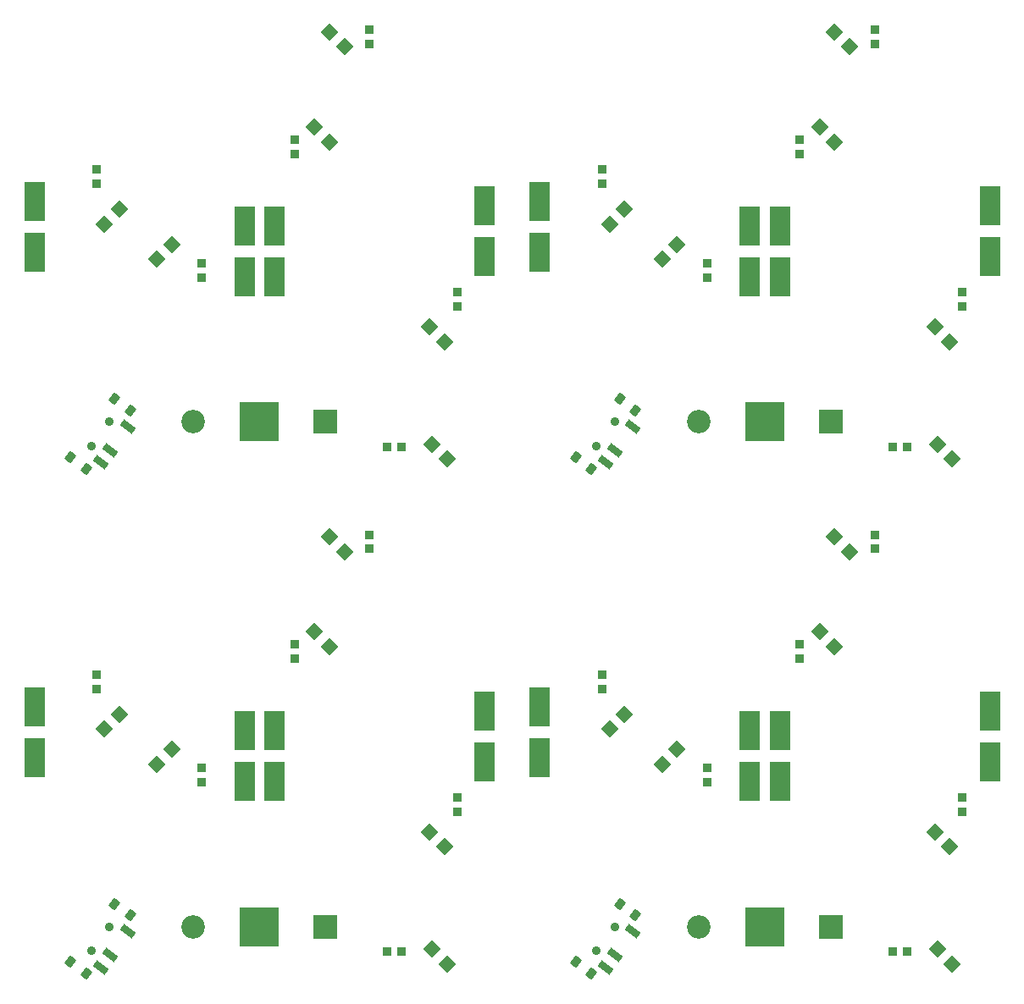
<source format=gbr>
G04*
G04 #@! TF.GenerationSoftware,Altium Limited,Altium Designer,23.1.1 (15)*
G04*
G04 Layer_Color=255*
%FSLAX25Y25*%
%MOIN*%
G70*
G04*
G04 #@! TF.SameCoordinates,E066B419-5711-4A73-A0CA-953248983CDD*
G04*
G04*
G04 #@! TF.FilePolarity,Positive*
G04*
G01*
G75*
%ADD10R,0.15590X0.15590*%
G04:AMPARAMS|DCode=11|XSize=27.56mil|YSize=59.06mil|CornerRadius=0mil|HoleSize=0mil|Usage=FLASHONLY|Rotation=233.000|XOffset=0mil|YOffset=0mil|HoleType=Round|Shape=Rectangle|*
%AMROTATEDRECTD11*
4,1,4,-0.01529,0.02878,0.03188,-0.00677,0.01529,-0.02878,-0.03188,0.00677,-0.01529,0.02878,0.0*
%
%ADD11ROTATEDRECTD11*%

G04:AMPARAMS|DCode=12|XSize=39.37mil|YSize=31.5mil|CornerRadius=0mil|HoleSize=0mil|Usage=FLASHONLY|Rotation=233.000|XOffset=0mil|YOffset=0mil|HoleType=Round|Shape=Rectangle|*
%AMROTATEDRECTD12*
4,1,4,-0.00073,0.02520,0.02442,0.00624,0.00073,-0.02520,-0.02442,-0.00624,-0.00073,0.02520,0.0*
%
%ADD12ROTATEDRECTD12*%

%ADD13R,0.03788X0.03681*%
%ADD14R,0.07874X0.15748*%
%ADD15P,0.06681X4X360.0*%
%ADD16P,0.06681X4X90.0*%
%ADD17R,0.03681X0.03788*%
%ADD21C,0.09252*%
%ADD22R,0.09252X0.09252*%
%ADD23C,0.03543*%
D10*
X194488Y123622D02*
D03*
X393307D02*
D03*
X194488Y322441D02*
D03*
X393307D02*
D03*
D11*
X135604Y112401D02*
D03*
X132050Y107685D02*
D03*
X142712Y121834D02*
D03*
X334423Y112401D02*
D03*
X330869Y107685D02*
D03*
X341531Y121834D02*
D03*
X135604Y311220D02*
D03*
X132050Y306504D02*
D03*
X142712Y320653D02*
D03*
X334423Y311220D02*
D03*
X330869Y306504D02*
D03*
X341531Y320653D02*
D03*
D12*
X143561Y128096D02*
D03*
X126265Y105143D02*
D03*
X137493Y132669D02*
D03*
X120197Y109716D02*
D03*
X342380Y128096D02*
D03*
X325084Y105143D02*
D03*
X336312Y132669D02*
D03*
X319016Y109716D02*
D03*
X143561Y326915D02*
D03*
X126265Y303962D02*
D03*
X137493Y331487D02*
D03*
X120197Y308535D02*
D03*
X342380Y326915D02*
D03*
X325084Y303962D02*
D03*
X336312Y331487D02*
D03*
X319016Y308535D02*
D03*
D13*
X272244Y174667D02*
D03*
Y169034D02*
D03*
X208268Y234706D02*
D03*
Y229073D02*
D03*
X171792Y186114D02*
D03*
Y180481D02*
D03*
X130512Y217262D02*
D03*
Y222895D02*
D03*
X237795Y278013D02*
D03*
Y272380D02*
D03*
X471063Y174667D02*
D03*
Y169034D02*
D03*
X407087Y234706D02*
D03*
Y229073D02*
D03*
X370610Y186114D02*
D03*
Y180481D02*
D03*
X329331Y217262D02*
D03*
Y222895D02*
D03*
X436614Y278013D02*
D03*
Y272380D02*
D03*
X272244Y373486D02*
D03*
Y367853D02*
D03*
X208268Y433525D02*
D03*
Y427892D02*
D03*
X171792Y384933D02*
D03*
Y379300D02*
D03*
X130512Y416081D02*
D03*
Y421714D02*
D03*
X237795Y476832D02*
D03*
Y471199D02*
D03*
X471063Y373486D02*
D03*
Y367853D02*
D03*
X407087Y433525D02*
D03*
Y427892D02*
D03*
X370610Y384933D02*
D03*
Y379300D02*
D03*
X329331Y416081D02*
D03*
Y421714D02*
D03*
X436614Y476832D02*
D03*
Y471199D02*
D03*
D14*
X200394Y180709D02*
D03*
Y200709D02*
D03*
X188583Y180709D02*
D03*
Y200709D02*
D03*
X283071Y208583D02*
D03*
Y188583D02*
D03*
X105905Y190236D02*
D03*
Y210236D02*
D03*
X399213Y180709D02*
D03*
Y200709D02*
D03*
X387402Y180709D02*
D03*
Y200709D02*
D03*
X481890Y208583D02*
D03*
Y188583D02*
D03*
X304724Y190236D02*
D03*
Y210236D02*
D03*
X200394Y379528D02*
D03*
Y399528D02*
D03*
X188583Y379528D02*
D03*
Y399528D02*
D03*
X283071Y407402D02*
D03*
Y387402D02*
D03*
X105905Y389055D02*
D03*
Y409055D02*
D03*
X399213Y379528D02*
D03*
Y399528D02*
D03*
X387402Y379528D02*
D03*
Y399528D02*
D03*
X481890Y407402D02*
D03*
Y387402D02*
D03*
X304724Y389055D02*
D03*
Y409055D02*
D03*
D15*
X227893Y271319D02*
D03*
X222047Y277165D02*
D03*
Y233858D02*
D03*
X216201Y239704D02*
D03*
X268277Y108888D02*
D03*
X262431Y114734D02*
D03*
X267264Y155177D02*
D03*
X261417Y161024D02*
D03*
X426712Y271319D02*
D03*
X420866Y277165D02*
D03*
Y233858D02*
D03*
X415020Y239704D02*
D03*
X467096Y108888D02*
D03*
X461250Y114734D02*
D03*
X466082Y155177D02*
D03*
X460236Y161024D02*
D03*
X227893Y470138D02*
D03*
X222047Y475984D02*
D03*
Y432677D02*
D03*
X216201Y438523D02*
D03*
X268277Y307707D02*
D03*
X262431Y313553D02*
D03*
X267264Y353996D02*
D03*
X261417Y359842D02*
D03*
X426712Y470138D02*
D03*
X420866Y475984D02*
D03*
Y432677D02*
D03*
X415020Y438523D02*
D03*
X467096Y307707D02*
D03*
X461250Y313553D02*
D03*
X466082Y353996D02*
D03*
X460236Y359842D02*
D03*
D16*
X160010Y193474D02*
D03*
X154164Y187628D02*
D03*
X133494Y201408D02*
D03*
X139340Y207254D02*
D03*
X358829Y193474D02*
D03*
X352982Y187628D02*
D03*
X332313Y201408D02*
D03*
X338159Y207254D02*
D03*
X160010Y392293D02*
D03*
X154164Y386447D02*
D03*
X133494Y400226D02*
D03*
X139340Y406073D02*
D03*
X358829Y392293D02*
D03*
X352982Y386447D02*
D03*
X332313Y400226D02*
D03*
X338159Y406073D02*
D03*
D17*
X250454Y113779D02*
D03*
X244821D02*
D03*
X449273D02*
D03*
X443640D02*
D03*
X250454Y312598D02*
D03*
X244821D02*
D03*
X449273D02*
D03*
X443640D02*
D03*
D21*
X168484Y123622D02*
D03*
X367303D02*
D03*
X168484Y322441D02*
D03*
X367303D02*
D03*
D22*
X220492Y123622D02*
D03*
X419311D02*
D03*
X220492Y322441D02*
D03*
X419311D02*
D03*
D23*
X135433Y123622D02*
D03*
X128325Y114189D02*
D03*
X334252Y123622D02*
D03*
X327144Y114189D02*
D03*
X135433Y322441D02*
D03*
X128325Y313008D02*
D03*
X334252Y322441D02*
D03*
X327144Y313008D02*
D03*
M02*

</source>
